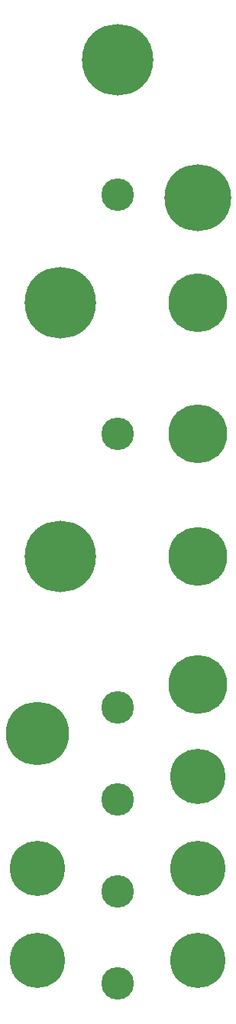
<source format=gbr>
%TF.GenerationSoftware,KiCad,Pcbnew,(6.0.9)*%
%TF.CreationDate,2022-12-27T03:42:51-08:00*%
%TF.ProjectId,panel_pcb,70616e65-6c5f-4706-9362-2e6b69636164,rev?*%
%TF.SameCoordinates,Original*%
%TF.FileFunction,Soldermask,Bot*%
%TF.FilePolarity,Negative*%
%FSLAX46Y46*%
G04 Gerber Fmt 4.6, Leading zero omitted, Abs format (unit mm)*
G04 Created by KiCad (PCBNEW (6.0.9)) date 2022-12-27 03:42:51*
%MOMM*%
%LPD*%
G01*
G04 APERTURE LIST*
%ADD10C,3.599871*%
%ADD11C,6.100233*%
%ADD12C,6.500233*%
%ADD13C,7.899879*%
%ADD14C,7.400000*%
%ADD15C,7.000000*%
G04 APERTURE END LIST*
D10*
%TO.C,*%
X0Y7395542D03*
%TD*%
%TO.C,*%
X265Y-53318400D03*
%TD*%
D11*
%TO.C,*%
X-8890000Y-50827080D03*
%TD*%
D10*
%TO.C,*%
X0Y33770000D03*
%TD*%
%TO.C,*%
X0Y-22821724D03*
%TD*%
D12*
%TO.C,*%
X8879946Y21889946D03*
%TD*%
D10*
%TO.C,*%
X-265Y-43143310D03*
%TD*%
D12*
%TO.C,*%
X8879946Y-6140007D03*
%TD*%
D13*
%TO.C,*%
X-6350001Y21889946D03*
%TD*%
D11*
%TO.C,*%
X8879946Y-50827080D03*
%TD*%
%TO.C,*%
X8879946Y-40654110D03*
%TD*%
D13*
%TO.C,*%
X0Y48690120D03*
%TD*%
D14*
%TO.C,*%
X8880001Y33469999D03*
%TD*%
D11*
%TO.C,*%
X8879946Y-30491997D03*
%TD*%
D13*
%TO.C,*%
X-6350001Y-6140007D03*
%TD*%
D12*
%TO.C,*%
X8879946Y7395542D03*
%TD*%
%TO.C,*%
X8879946Y-20329880D03*
%TD*%
D11*
%TO.C,*%
X-8890000Y-40652000D03*
%TD*%
D10*
%TO.C,*%
X-265Y-32981201D03*
%TD*%
D15*
%TO.C,*%
X-8890000Y-25709999D03*
%TD*%
M02*

</source>
